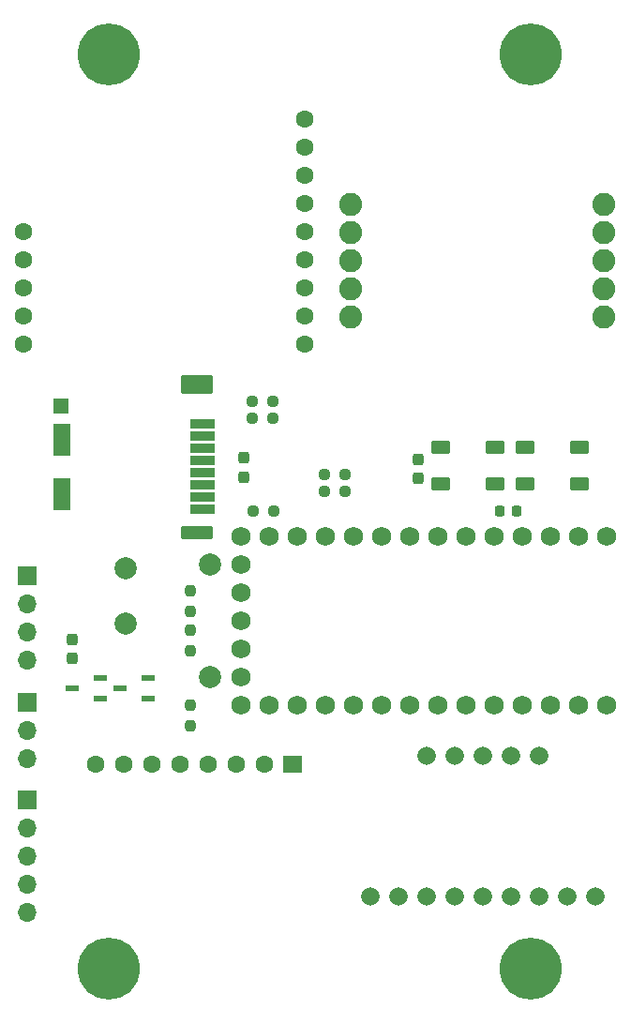
<source format=gbr>
%TF.GenerationSoftware,KiCad,Pcbnew,7.0.10-7.0.10~ubuntu22.04.1*%
%TF.CreationDate,2025-01-30T16:28:08-05:00*%
%TF.ProjectId,board_one_teensy_22,626f6172-645f-46f6-9e65-5f7465656e73,rev?*%
%TF.SameCoordinates,Original*%
%TF.FileFunction,Soldermask,Top*%
%TF.FilePolarity,Negative*%
%FSLAX46Y46*%
G04 Gerber Fmt 4.6, Leading zero omitted, Abs format (unit mm)*
G04 Created by KiCad (PCBNEW 7.0.10-7.0.10~ubuntu22.04.1) date 2025-01-30 16:28:08*
%MOMM*%
%LPD*%
G01*
G04 APERTURE LIST*
G04 Aperture macros list*
%AMRoundRect*
0 Rectangle with rounded corners*
0 $1 Rounding radius*
0 $2 $3 $4 $5 $6 $7 $8 $9 X,Y pos of 4 corners*
0 Add a 4 corners polygon primitive as box body*
4,1,4,$2,$3,$4,$5,$6,$7,$8,$9,$2,$3,0*
0 Add four circle primitives for the rounded corners*
1,1,$1+$1,$2,$3*
1,1,$1+$1,$4,$5*
1,1,$1+$1,$6,$7*
1,1,$1+$1,$8,$9*
0 Add four rect primitives between the rounded corners*
20,1,$1+$1,$2,$3,$4,$5,0*
20,1,$1+$1,$4,$5,$6,$7,0*
20,1,$1+$1,$6,$7,$8,$9,0*
20,1,$1+$1,$8,$9,$2,$3,0*%
G04 Aperture macros list end*
%ADD10RoundRect,0.237500X-0.237500X0.250000X-0.237500X-0.250000X0.237500X-0.250000X0.237500X0.250000X0*%
%ADD11RoundRect,0.102000X1.000000X-0.350000X1.000000X0.350000X-1.000000X0.350000X-1.000000X-0.350000X0*%
%ADD12RoundRect,0.102000X0.700000X-1.350000X0.700000X1.350000X-0.700000X1.350000X-0.700000X-1.350000X0*%
%ADD13RoundRect,0.102000X1.300000X-0.500000X1.300000X0.500000X-1.300000X0.500000X-1.300000X-0.500000X0*%
%ADD14RoundRect,0.102000X1.300000X-0.750000X1.300000X0.750000X-1.300000X0.750000X-1.300000X-0.750000X0*%
%ADD15RoundRect,0.102000X0.600000X-0.600000X0.600000X0.600000X-0.600000X0.600000X-0.600000X-0.600000X0*%
%ADD16C,3.600000*%
%ADD17C,5.600000*%
%ADD18R,1.780000X1.600000*%
%ADD19C,1.600000*%
%ADD20RoundRect,0.088500X0.516500X0.206500X-0.516500X0.206500X-0.516500X-0.206500X0.516500X-0.206500X0*%
%ADD21R,1.700000X1.700000*%
%ADD22O,1.700000X1.700000*%
%ADD23RoundRect,0.237500X0.237500X-0.300000X0.237500X0.300000X-0.237500X0.300000X-0.237500X-0.300000X0*%
%ADD24C,2.000000*%
%ADD25RoundRect,0.237500X0.237500X-0.250000X0.237500X0.250000X-0.237500X0.250000X-0.237500X-0.250000X0*%
%ADD26C,1.665000*%
%ADD27RoundRect,0.237500X0.250000X0.237500X-0.250000X0.237500X-0.250000X-0.237500X0.250000X-0.237500X0*%
%ADD28RoundRect,0.237500X-0.250000X-0.237500X0.250000X-0.237500X0.250000X0.237500X-0.250000X0.237500X0*%
%ADD29C,1.734000*%
%ADD30C,2.082800*%
%ADD31RoundRect,0.102000X0.750000X0.450000X-0.750000X0.450000X-0.750000X-0.450000X0.750000X-0.450000X0*%
%ADD32RoundRect,0.225000X0.225000X0.250000X-0.225000X0.250000X-0.225000X-0.250000X0.225000X-0.250000X0*%
%ADD33RoundRect,0.237500X-0.237500X0.300000X-0.237500X-0.300000X0.237500X-0.300000X0.237500X0.300000X0*%
G04 APERTURE END LIST*
D10*
%TO.C,R7*%
X125984000Y-105259500D03*
X125984000Y-107084500D03*
%TD*%
D11*
%TO.C,J1*%
X127100000Y-86650000D03*
X127100000Y-87750000D03*
X127100000Y-88850000D03*
X127100000Y-89950000D03*
X127100000Y-91050000D03*
X127100000Y-92150000D03*
X127100000Y-93250000D03*
X127100000Y-94350000D03*
D12*
X114400000Y-88050000D03*
D13*
X126600000Y-96450000D03*
D14*
X126600000Y-83100000D03*
D12*
X114400000Y-92950000D03*
D15*
X114300000Y-85000000D03*
%TD*%
D16*
%TO.C,H2*%
X156700000Y-53300000D03*
D17*
X156700000Y-53300000D03*
%TD*%
D18*
%TO.C,U3*%
X135190000Y-117348000D03*
D19*
X132650000Y-117348000D03*
X130110000Y-117348000D03*
X127570000Y-117348000D03*
X125030000Y-117348000D03*
X122490000Y-117348000D03*
X119950000Y-117348000D03*
X117410000Y-117348000D03*
%TD*%
D20*
%TO.C,Q1*%
X122159000Y-111440000D03*
X122159000Y-109540000D03*
X119649000Y-110490000D03*
%TD*%
D21*
%TO.C,Pyro1*%
X111300000Y-120580000D03*
D22*
X111300000Y-123120000D03*
X111300000Y-125660000D03*
X111300000Y-128200000D03*
X111300000Y-130740000D03*
%TD*%
D16*
%TO.C,H3*%
X118600000Y-135800000D03*
D17*
X118600000Y-135800000D03*
%TD*%
D23*
%TO.C,C3*%
X130810000Y-91409500D03*
X130810000Y-89684500D03*
%TD*%
D16*
%TO.C,H4*%
X156700000Y-135800000D03*
D17*
X156700000Y-135800000D03*
%TD*%
D24*
%TO.C,U6*%
X120142000Y-99648000D03*
X120142000Y-104648000D03*
%TD*%
D19*
%TO.C,U4*%
X136365000Y-79460000D03*
X136365000Y-76920000D03*
X136365000Y-74380000D03*
X136365000Y-71840000D03*
X136365000Y-69300000D03*
X136365000Y-66760000D03*
X136365000Y-64220000D03*
X136365000Y-61680000D03*
X136365000Y-59140000D03*
X110965000Y-69300000D03*
X110965000Y-71840000D03*
X110965000Y-74380000D03*
X110965000Y-76920000D03*
X110965000Y-79460000D03*
%TD*%
D25*
%TO.C,R6*%
X125984000Y-113839000D03*
X125984000Y-112014000D03*
%TD*%
D26*
%TO.C,J3*%
X142240000Y-129286000D03*
X144780000Y-129286000D03*
X147320000Y-129286000D03*
X149860000Y-129286000D03*
X152400000Y-129286000D03*
X154940000Y-129286000D03*
X157480000Y-129286000D03*
X160020000Y-129286000D03*
X162560000Y-129286000D03*
X157480000Y-116586000D03*
X154940000Y-116586000D03*
X152400000Y-116586000D03*
X149860000Y-116586000D03*
X147320000Y-116586000D03*
%TD*%
D27*
%TO.C,R3*%
X133437500Y-86072000D03*
X131612500Y-86072000D03*
%TD*%
D28*
%TO.C,R1*%
X131612500Y-84582000D03*
X133437500Y-84582000D03*
%TD*%
D29*
%TO.C,U1*%
X161060000Y-96800000D03*
X158520000Y-96800000D03*
X155980000Y-96800000D03*
X153440000Y-96800000D03*
X130580000Y-101880000D03*
X158520000Y-112040000D03*
X150900000Y-96800000D03*
X148360000Y-96800000D03*
X145820000Y-96800000D03*
X143280000Y-96800000D03*
X140740000Y-96800000D03*
X138200000Y-96800000D03*
X135660000Y-96800000D03*
X133120000Y-96800000D03*
X130580000Y-96800000D03*
X130580000Y-112040000D03*
X133120000Y-112040000D03*
X135660000Y-112040000D03*
X138200000Y-112040000D03*
X140740000Y-112040000D03*
X143280000Y-112040000D03*
X145820000Y-112040000D03*
X148360000Y-112040000D03*
X150900000Y-112040000D03*
X153440000Y-112040000D03*
X155980000Y-112040000D03*
X163600000Y-96800000D03*
X130580000Y-104420000D03*
X161060000Y-112040000D03*
X130580000Y-109500000D03*
X130580000Y-106960000D03*
X130580000Y-99340000D03*
X163600000Y-112040000D03*
%TD*%
D30*
%TO.C,U2*%
X163293500Y-66770000D03*
X163293500Y-69310000D03*
X163293500Y-71850000D03*
X163293500Y-74390000D03*
X163293500Y-76930000D03*
X140433500Y-66770000D03*
X140433500Y-69310000D03*
X140433500Y-71850000D03*
X140433500Y-74390000D03*
X140433500Y-76930000D03*
%TD*%
D20*
%TO.C,Q2*%
X117841000Y-111440000D03*
X117841000Y-109540000D03*
X115331000Y-110490000D03*
%TD*%
D21*
%TO.C,Power1*%
X111290000Y-100360000D03*
D22*
X111290000Y-102900000D03*
X111290000Y-105440000D03*
X111290000Y-107980000D03*
%TD*%
D28*
%TO.C,R2*%
X131662500Y-94488000D03*
X133487500Y-94488000D03*
%TD*%
D31*
%TO.C,D3*%
X153490000Y-92074000D03*
X153490000Y-88774000D03*
X148590000Y-88774000D03*
X148590000Y-92074000D03*
%TD*%
D10*
%TO.C,R8*%
X125984000Y-101703500D03*
X125984000Y-103528500D03*
%TD*%
D27*
%TO.C,R5*%
X139954000Y-91186000D03*
X138129000Y-91186000D03*
%TD*%
D16*
%TO.C,H1*%
X118600000Y-53300000D03*
D17*
X118600000Y-53300000D03*
%TD*%
D21*
%TO.C,Stepper1*%
X111300000Y-111760000D03*
D22*
X111300000Y-114300000D03*
X111300000Y-116840000D03*
%TD*%
D31*
%TO.C,D5*%
X161090000Y-92074000D03*
X161090000Y-88774000D03*
X156190000Y-88774000D03*
X156190000Y-92074000D03*
%TD*%
D32*
%TO.C,C4*%
X155474000Y-94488000D03*
X153924000Y-94488000D03*
%TD*%
D28*
%TO.C,R4*%
X138135000Y-92682000D03*
X139960000Y-92682000D03*
%TD*%
D33*
%TO.C,C1*%
X115316000Y-106071500D03*
X115316000Y-107796500D03*
%TD*%
%TO.C,C2*%
X146540000Y-89816500D03*
X146540000Y-91541500D03*
%TD*%
D24*
%TO.C,U5*%
X127762000Y-99314000D03*
X127762000Y-109514000D03*
%TD*%
M02*

</source>
